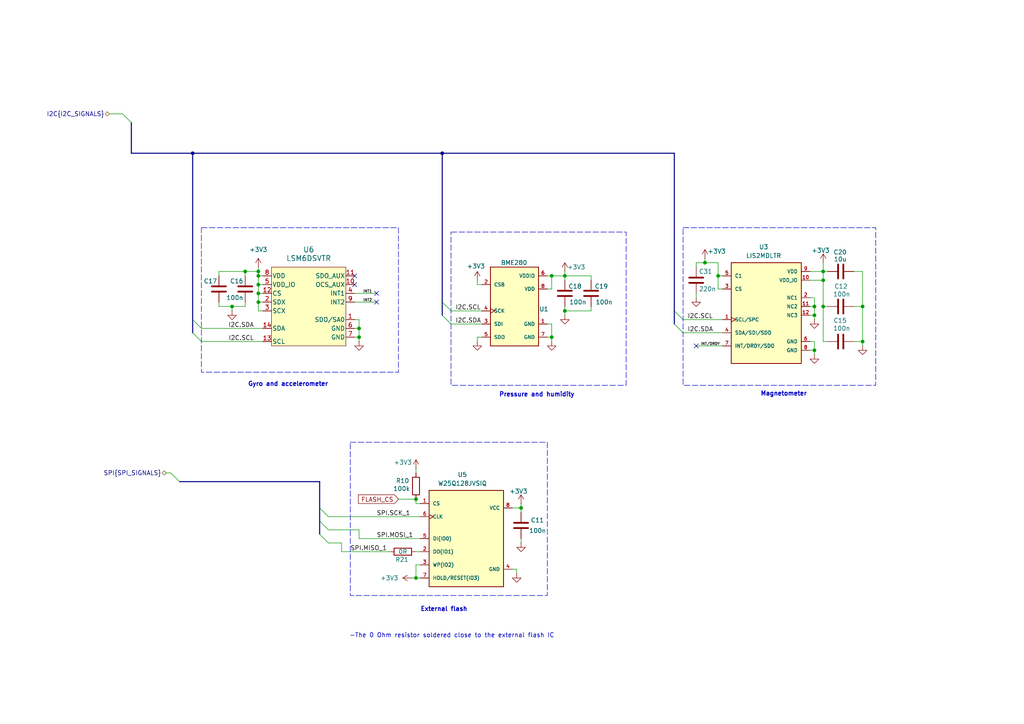
<source format=kicad_sch>
(kicad_sch (version 20250114) (generator "eeschema") (generator_version "9.0")
  (paper "A4")
  (lib_symbols
    (symbol "Device:C" (pin_numbers (hide yes)) (pin_names (offset 0.254))
      (property "Reference" "C" (at 0.635 2.54 0))
      (property "Value" "C" (at 0.635 -2.54 0))
      (symbol "C_0_1"
        (polyline (pts (xy -2.032 0.762) (xy 2.032 0.762)) (stroke (width 0.508)))
        (polyline (pts (xy -2.032 -0.762) (xy 2.032 -0.762)) (stroke (width 0.508)))
      )
      (symbol "C_1_1"
        (pin passive line (at 0 3.81 270) (length 2.794) (name "~") (number "1"))
        (pin passive line (at 0 -3.81 90) (length 2.794) (name "~") (number "2"))
      )
    )
    (symbol "Device:R" (pin_numbers (hide yes)) (pin_names (offset 0))
      (property "Reference" "R" (at 2.032 0 90))
      (property "Value" "R" (at 0 0 90))
      (symbol "R_0_1"
        (rectangle (start -1.016 -2.54) (end 1.016 2.54) (stroke (width 0.254)))
      )
      (symbol "R_1_1"
        (pin passive line (at 0 3.81 270) (length 1.27) (name "~") (number "1"))
        (pin passive line (at 0 -3.81 90) (length 1.27) (name "~") (number "2"))
      )
    )
    (symbol "gambos-symbols:BME280" (pin_names (offset 1.016))
      (property "Reference" "U" (at -10.1662 13.3431 0))
      (property "Value" "BME280" (at -10.4223 -13.4744 0))
      (symbol "BME280_0_0"
        (pin input line (at -12.7 7.62 0) (length 2.54) (name "CSB") (number "2"))
        (pin input clock (at -12.7 0 0) (length 2.54) (name "SCK") (number "4"))
        (pin power_in line (at 6.35 10.16 180) (length 2.54) (name "VDDIO") (number "6"))
        (pin power_in line (at 6.35 6.35 180) (length 2.54) (name "VDD") (number "8"))
        (pin power_in line (at 6.35 -3.81 180) (length 2.54) (name "GND") (number "1"))
      )
      (symbol "BME280_1_0"
        (rectangle (start -10.16 12.7) (end 3.81 -10.16) (stroke (width 0.254)) (fill (type background)))
        (pin bidirectional line (at -12.7 -3.81 0) (length 2.54) (name "SDI") (number "3"))
        (pin bidirectional line (at -12.7 -7.62 0) (length 2.54) (name "SDO") (number "5"))
        (pin power_in line (at 6.35 -7.62 180) (length 2.54) (name "GND") (number "7"))
      )
    )
    (symbol "gambos-symbols:LIS2MDLTR" (pin_names (offset 1.016))
      (property "Reference" "U" (at -15.24 13.716 0))
      (property "Value" "LIS2MDLTR" (at -15.24 -20.32 0))
      (symbol "LIS2MDLTR_0_0"
        (rectangle (start -15.24 12.7) (end 5.08 -16.51) (stroke (width 0.254)) (fill (type background)))
        (pin passive line (at -17.78 8.89 0) (length 2.54) (name "C1") (number "5"))
        (pin input line (at -17.78 5.08 0) (length 2.54) (name "CS") (number "3"))
        (pin input clock (at -17.78 -3.81 0) (length 2.54) (name "SCL/SPC") (number "1"))
        (pin bidirectional line (at -17.78 -7.62 0) (length 2.54) (name "SDA/SDI/SDO") (number "4"))
        (pin bidirectional line (at -17.78 -11.43 0) (length 2.54) (name "INT/DRDY/SDO") (number "7"))
        (pin power_in line (at 7.62 10.16 180) (length 2.54) (name "VDD") (number "9"))
        (pin power_in line (at 7.62 7.62 180) (length 2.54) (name "VDD_IO") (number "10"))
        (pin passive line (at 7.62 2.54 180) (length 2.54) (name "NC1") (number "2"))
        (pin passive line (at 7.62 0 180) (length 2.54) (name "NC2") (number "11"))
        (pin passive line (at 7.62 -2.54 180) (length 2.54) (name "NC3") (number "12"))
        (pin power_in line (at 7.62 -10.16 180) (length 2.54) (name "GND") (number "6"))
      )
      (symbol "LIS2MDLTR_1_0"
        (pin power_in line (at 7.62 -12.7 180) (length 2.54) (name "GND") (number "8"))
      )
    )
    (symbol "gambos-symbols:LSM6DSVTR" (pin_names (offset 0.254))
      (property "Reference" "U" (at 8.89 6.604 0))
      (property "Value" "LSM6DSVTR" (at 18.034 -21.082 0))
      (symbol "LSM6DSVTR_0_1"
        (pin unspecified line (at 5.08 1.27 0) (length 2.54) (name "SDO_AUX") (number "11"))
        (pin unspecified line (at 5.08 -1.27 0) (length 2.54) (name "OCS_AUX") (number "10"))
        (pin unspecified line (at 5.08 -3.81 0) (length 2.54) (name "INT1") (number "4"))
        (pin unspecified line (at 5.08 -6.35 0) (length 2.54) (name "INT2") (number "9"))
        (pin unspecified line (at 5.08 -11.43 0) (length 2.54) (name "SDO/SA0") (number "1"))
        (pin power_out line (at 5.08 -13.97 0) (length 2.54) (name "GND") (number "6"))
        (pin power_out line (at 5.08 -16.51 0) (length 2.54) (name "GND") (number "7"))
        (pin power_in line (at 31.75 1.27 180) (length 2.54) (name "VDD") (number "8"))
        (pin power_in line (at 31.75 -1.27 180) (length 2.54) (name "VDD_IO") (number "5"))
        (pin unspecified line (at 31.75 -3.81 180) (length 2.54) (name "CS") (number "12"))
        (pin unspecified line (at 31.75 -6.35 180) (length 2.54) (name "SDX") (number "2"))
        (pin unspecified line (at 31.75 -8.89 180) (length 2.54) (name "SCX") (number "3"))
        (pin unspecified line (at 31.75 -13.97 180) (length 2.54) (name "SDA") (number "14"))
        (pin unspecified line (at 31.75 -17.78 180) (length 2.54) (name "SCL") (number "13"))
      )
      (symbol "LSM6DSVTR_1_1"
        (rectangle (start 7.62 3.81) (end 29.21 -19.05) (fill (type color) (color 255 255 194 1)))
      )
    )
    (symbol "gambos-symbols:W25Q128JVSIQ" (pin_names (offset 1.016))
      (property "Reference" "U" (at -22.86 16.002 0))
      (property "Value" "W25Q128JVSIQ" (at -22.86 -17.526 0))
      (symbol "W25Q128JVSIQ_0_0"
        (rectangle (start -22.86 15.24) (end -1.27 -12.7) (stroke (width 0.254)) (fill (type background)))
        (pin input clock (at -25.4 7.62 0) (length 2.54) (name "CLK") (number "6"))
        (pin bidirectional line (at -25.4 1.27 0) (length 2.54) (name "DI(IO0)") (number "5"))
        (pin bidirectional line (at -25.4 -2.54 0) (length 2.54) (name "DO(IO1)") (number "2"))
        (pin power_in line (at 1.27 10.16 180) (length 2.54) (name "VCC") (number "8"))
        (pin power_in line (at 1.27 -7.62 180) (length 2.54) (name "GND") (number "4"))
      )
      (symbol "W25Q128JVSIQ_1_0"
        (pin input line (at -25.4 11.43 0) (length 2.54) (name "CS") (number "1"))
        (pin bidirectional line (at -25.4 -6.35 0) (length 2.54) (name "WP(IO2)") (number "3"))
        (pin bidirectional line (at -25.4 -10.16 0) (length 2.54) (name "HOLD/RESET(IO3)") (number "7"))
      )
    )
    (symbol "power:+3V3" (power) (pin_numbers (hide yes)) (pin_names (offset 0) (hide yes))
      (property "Value" "+3V3" (at 0 3.556 0))
      (symbol "+3V3_0_1"
        (polyline (pts (xy -0.762 1.27) (xy 0 2.54)))
        (polyline (pts (xy 0 2.54) (xy 0.762 1.27)))
        (polyline (pts (xy 0 0) (xy 0 2.54)))
      )
      (symbol "+3V3_1_1"
        (pin power_in line (at 0 0 90) (length 0) (name "~") (number "1"))
      )
    )
    (symbol "power:GND" (power) (pin_numbers (hide yes)) (pin_names (offset 0) (hide yes))
      (property "Value" "GND" (at 0 -3.81 0))
      (symbol "GND_0_1"
        (polyline (pts (xy 0 0) (xy 0 -1.27) (xy 1.27 -1.27) (xy 0 -2.54) (xy -1.27 -1.27) (xy 0 -1.27)))
      )
      (symbol "GND_1_1"
        (pin power_in line (at 0 0 270) (length 0) (name "~") (number "1"))
      )
    )
  )
  (rectangle (start 58.42 66.04) (end 115.57 107.95) (stroke (width 0) (type dash)))
  (rectangle (start 101.6 128.27) (end 158.75 172.72) (stroke (width 0) (type dash)))
  (rectangle (start 130.81 67.31) (end 181.61 111.76) (stroke (width 0) (type dash)))
  (rectangle (start 198.12 66.04) (end 254 111.76) (stroke (width 0) (type dash)))
  (text "-The 0 Ohm resistor soldered close to the external flash IC" (at 131.064 184.404 0) (effects (font (size 1.27 1.27) (thickness 0.1588))))
  (text "External flash" (at 128.778 176.784 0) (effects (font (size 1.27 1.27) (thickness 0.254) (bold yes))))
  (text "Gyro and accelerometer" (at 83.566 111.506 0) (effects (font (size 1.27 1.27) (thickness 0.254) (bold yes))))
  (text "Pressure and humidity" (at 155.702 114.554 0) (effects (font (size 1.27 1.27) (thickness 0.254) (bold yes))))
  (text "Magnetometer" (at 227.33 114.3 0) (effects (font (size 1.27 1.27) (thickness 0.254) (bold yes))))
  (junction (at 120.65 167.64))
  (junction (at 163.83 90.17))
  (junction (at 104.14 95.25))
  (junction (at 128.27 44.45))
  (junction (at 238.76 78.74))
  (junction (at 163.83 80.01))
  (junction (at 74.93 85.09))
  (junction (at 236.22 91.44))
  (junction (at 250.19 99.06))
  (junction (at 67.31 88.9))
  (junction (at 236.22 101.6))
  (junction (at 204.47 76.2))
  (junction (at 74.93 87.63))
  (junction (at 151.13 147.32))
  (junction (at 74.93 82.55))
  (junction (at 236.22 88.9))
  (junction (at 104.14 97.79))
  (junction (at 238.76 81.28))
  (junction (at 74.93 78.74))
  (junction (at 71.12 78.74))
  (junction (at 120.65 144.78))
  (junction (at 160.02 97.79))
  (junction (at 208.28 80.01))
  (junction (at 160.02 80.01))
  (junction (at 55.88 44.45))
  (junction (at 250.19 88.9))
  (junction (at 238.76 88.9))
  (junction (at 74.93 80.01))
  (no_connect (at 109.22 85.09))
  (no_connect (at 102.87 80.01))
  (no_connect (at 201.93 100.33))
  (no_connect (at 109.22 87.63))
  (no_connect (at 102.87 82.55))
  (bus_entry (at 128.27 91.44) (size 2.54 2.54))
  (bus_entry (at 35.56 33.02) (size 2.54 2.54))
  (bus_entry (at 92.71 154.94) (size 2.54 2.54))
  (bus_entry (at 195.58 93.98) (size 2.54 2.54))
  (bus_entry (at 128.27 87.63) (size 2.54 2.54))
  (bus_entry (at 195.58 90.17) (size 2.54 2.54))
  (bus_entry (at 92.71 151.13) (size 2.54 2.54))
  (bus_entry (at 58.42 95.25) (size -2.54 -2.54))
  (bus_entry (at 49.53 137.16) (size 2.54 2.54))
  (bus_entry (at 58.42 99.06) (size -2.54 -2.54))
  (bus_entry (at 92.71 147.32) (size 2.54 2.54))
  (wire (pts (xy 76.2 99.06) (xy 58.42 99.06)))
  (wire (pts (xy 99.06 160.02) (xy 113.03 160.02)))
  (wire (pts (xy 236.22 86.36) (xy 236.22 88.9)))
  (wire (pts (xy 74.93 78.74) (xy 74.93 80.01)))
  (wire (pts (xy 151.13 156.21) (xy 151.13 157.48)))
  (wire (pts (xy 74.93 82.55) (xy 74.93 80.01)))
  (wire (pts (xy 63.5 87.63) (xy 63.5 88.9)))
  (wire (pts (xy 102.87 92.71) (xy 104.14 92.71)))
  (bus (pts (xy 195.58 90.17) (xy 195.58 93.98)))
  (wire (pts (xy 130.81 93.98) (xy 139.7 93.98)))
  (wire (pts (xy 171.45 80.01) (xy 163.83 80.01)))
  (wire (pts (xy 109.22 85.09) (xy 102.87 85.09)))
  (wire (pts (xy 238.76 76.2) (xy 238.76 78.74)))
  (wire (pts (xy 171.45 90.17) (xy 163.83 90.17)))
  (wire (pts (xy 121.92 163.83) (xy 120.65 163.83)))
  (wire (pts (xy 204.47 76.2) (xy 208.28 76.2)))
  (wire (pts (xy 208.28 80.01) (xy 209.55 80.01)))
  (bus (pts (xy 55.88 44.45) (xy 55.88 92.71)))
  (wire (pts (xy 115.57 144.78) (xy 120.65 144.78)))
  (wire (pts (xy 76.2 80.01) (xy 74.93 80.01)))
  (wire (pts (xy 71.12 80.01) (xy 71.12 78.74)))
  (bus (pts (xy 128.27 44.45) (xy 128.27 87.63)))
  (wire (pts (xy 48.26 137.16) (xy 49.53 137.16)))
  (wire (pts (xy 104.14 156.21) (xy 104.14 153.67)))
  (wire (pts (xy 120.65 135.89) (xy 120.65 137.16)))
  (wire (pts (xy 148.59 147.32) (xy 151.13 147.32)))
  (wire (pts (xy 158.75 83.82) (xy 160.02 83.82)))
  (wire (pts (xy 158.75 93.98) (xy 160.02 93.98)))
  (wire (pts (xy 240.03 78.74) (xy 238.76 78.74)))
  (bus (pts (xy 92.71 154.94) (xy 92.71 151.13)))
  (wire (pts (xy 158.75 80.01) (xy 160.02 80.01)))
  (wire (pts (xy 104.14 97.79) (xy 104.14 99.06)))
  (bus (pts (xy 195.58 44.45) (xy 195.58 90.17)))
  (wire (pts (xy 247.65 99.06) (xy 250.19 99.06)))
  (wire (pts (xy 63.5 80.01) (xy 63.5 78.74)))
  (wire (pts (xy 236.22 99.06) (xy 236.22 101.6)))
  (wire (pts (xy 99.06 157.48) (xy 95.25 157.48)))
  (wire (pts (xy 198.12 96.52) (xy 209.55 96.52)))
  (wire (pts (xy 201.93 76.2) (xy 204.47 76.2)))
  (wire (pts (xy 236.22 101.6) (xy 236.22 102.87)))
  (wire (pts (xy 238.76 78.74) (xy 238.76 81.28)))
  (wire (pts (xy 238.76 88.9) (xy 238.76 99.06)))
  (wire (pts (xy 104.14 156.21) (xy 121.92 156.21)))
  (wire (pts (xy 130.81 90.17) (xy 139.7 90.17)))
  (wire (pts (xy 138.43 97.79) (xy 138.43 99.06)))
  (wire (pts (xy 149.86 165.1) (xy 149.86 166.37)))
  (wire (pts (xy 71.12 78.74) (xy 63.5 78.74)))
  (bus (pts (xy 55.88 44.45) (xy 38.1 44.45)))
  (wire (pts (xy 104.14 97.79) (xy 102.87 97.79)))
  (wire (pts (xy 204.47 74.93) (xy 204.47 76.2)))
  (wire (pts (xy 160.02 97.79) (xy 160.02 99.06)))
  (wire (pts (xy 74.93 87.63) (xy 74.93 85.09)))
  (wire (pts (xy 201.93 77.47) (xy 201.93 76.2)))
  (wire (pts (xy 234.95 99.06) (xy 236.22 99.06)))
  (wire (pts (xy 208.28 83.82) (xy 209.55 83.82)))
  (wire (pts (xy 120.65 163.83) (xy 120.65 167.64)))
  (wire (pts (xy 76.2 90.17) (xy 74.93 90.17)))
  (wire (pts (xy 67.31 88.9) (xy 67.31 90.17)))
  (wire (pts (xy 234.95 88.9) (xy 236.22 88.9)))
  (bus (pts (xy 128.27 87.63) (xy 128.27 91.44)))
  (wire (pts (xy 120.65 167.64) (xy 121.92 167.64)))
  (wire (pts (xy 120.65 146.05) (xy 121.92 146.05)))
  (wire (pts (xy 160.02 80.01) (xy 163.83 80.01)))
  (wire (pts (xy 201.93 100.33) (xy 209.55 100.33)))
  (wire (pts (xy 104.14 95.25) (xy 104.14 97.79)))
  (wire (pts (xy 148.59 165.1) (xy 149.86 165.1)))
  (wire (pts (xy 74.93 85.09) (xy 74.93 82.55)))
  (wire (pts (xy 247.65 78.74) (xy 250.19 78.74)))
  (wire (pts (xy 104.14 92.71) (xy 104.14 95.25)))
  (wire (pts (xy 171.45 88.9) (xy 171.45 90.17)))
  (wire (pts (xy 240.03 99.06) (xy 238.76 99.06)))
  (wire (pts (xy 138.43 82.55) (xy 139.7 82.55)))
  (wire (pts (xy 198.12 92.71) (xy 209.55 92.71)))
  (wire (pts (xy 74.93 77.47) (xy 74.93 78.74)))
  (bus (pts (xy 92.71 139.7) (xy 92.71 147.32)))
  (wire (pts (xy 76.2 95.25) (xy 58.42 95.25)))
  (wire (pts (xy 234.95 86.36) (xy 236.22 86.36)))
  (wire (pts (xy 109.22 87.63) (xy 102.87 87.63)))
  (wire (pts (xy 138.43 81.28) (xy 138.43 82.55)))
  (wire (pts (xy 163.83 80.01) (xy 163.83 81.28)))
  (wire (pts (xy 104.14 153.67) (xy 95.25 153.67)))
  (wire (pts (xy 120.65 144.78) (xy 120.65 146.05)))
  (wire (pts (xy 250.19 88.9) (xy 250.19 99.06)))
  (wire (pts (xy 160.02 83.82) (xy 160.02 80.01)))
  (wire (pts (xy 201.93 85.09) (xy 201.93 86.36)))
  (wire (pts (xy 31.75 33.02) (xy 35.56 33.02)))
  (wire (pts (xy 236.22 88.9) (xy 236.22 91.44)))
  (wire (pts (xy 139.7 97.79) (xy 138.43 97.79)))
  (wire (pts (xy 71.12 87.63) (xy 71.12 88.9)))
  (wire (pts (xy 163.83 90.17) (xy 163.83 91.44)))
  (wire (pts (xy 74.93 78.74) (xy 71.12 78.74)))
  (bus (pts (xy 55.88 44.45) (xy 128.27 44.45)))
  (wire (pts (xy 163.83 78.74) (xy 163.83 80.01)))
  (wire (pts (xy 238.76 88.9) (xy 240.03 88.9)))
  (wire (pts (xy 102.87 95.25) (xy 104.14 95.25)))
  (wire (pts (xy 234.95 81.28) (xy 238.76 81.28)))
  (wire (pts (xy 208.28 76.2) (xy 208.28 80.01)))
  (wire (pts (xy 234.95 101.6) (xy 236.22 101.6)))
  (wire (pts (xy 119.38 167.64) (xy 120.65 167.64)))
  (wire (pts (xy 234.95 78.74) (xy 238.76 78.74)))
  (wire (pts (xy 208.28 83.82) (xy 208.28 80.01)))
  (wire (pts (xy 151.13 147.32) (xy 151.13 148.59)))
  (wire (pts (xy 163.83 90.17) (xy 163.83 88.9)))
  (wire (pts (xy 151.13 146.05) (xy 151.13 147.32)))
  (wire (pts (xy 236.22 91.44) (xy 236.22 92.71)))
  (wire (pts (xy 247.65 88.9) (xy 250.19 88.9)))
  (wire (pts (xy 158.75 97.79) (xy 160.02 97.79)))
  (bus (pts (xy 52.07 139.7) (xy 92.71 139.7)))
  (wire (pts (xy 67.31 88.9) (xy 63.5 88.9)))
  (wire (pts (xy 238.76 81.28) (xy 238.76 88.9)))
  (bus (pts (xy 92.71 151.13) (xy 92.71 147.32)))
  (wire (pts (xy 76.2 82.55) (xy 74.93 82.55)))
  (wire (pts (xy 120.65 160.02) (xy 121.92 160.02)))
  (wire (pts (xy 250.19 99.06) (xy 250.19 100.33)))
  (bus (pts (xy 38.1 35.56) (xy 38.1 44.45)))
  (wire (pts (xy 160.02 93.98) (xy 160.02 97.79)))
  (wire (pts (xy 234.95 91.44) (xy 236.22 91.44)))
  (wire (pts (xy 250.19 78.74) (xy 250.19 88.9)))
  (wire (pts (xy 74.93 90.17) (xy 74.93 87.63)))
  (bus (pts (xy 128.27 44.45) (xy 195.58 44.45)))
  (wire (pts (xy 71.12 88.9) (xy 67.31 88.9)))
  (wire (pts (xy 95.25 149.86) (xy 121.92 149.86)))
  (wire (pts (xy 99.06 160.02) (xy 99.06 157.48)))
  (wire (pts (xy 76.2 85.09) (xy 74.93 85.09)))
  (bus (pts (xy 55.88 92.71) (xy 55.88 96.52)))
  (wire (pts (xy 76.2 87.63) (xy 74.93 87.63)))
  (wire (pts (xy 171.45 81.28) (xy 171.45 80.01)))
  (label "I2C.SCL" (at 73.66 99.06 180))
  (label "INT2" (at 107.95 87.63 180) (effects (font (size 0.762 0.762))))
  (label "SPI.MOSI_1" (at 109.22 156.21 0))
  (label "I2C.SDA" (at 73.66 95.25 180))
  (label "I2C.SDA" (at 199.39 96.52 0))
  (label "SPI.SCK_1" (at 109.22 149.86 0))
  (label "I2C.SDA" (at 132.08 93.98 0))
  (label "SPI.MISO_1" (at 101.6 160.02 0))
  (label "INT{slash}DRDY" (at 203.2 100.33 0) (effects (font (size 0.762 0.762))))
  (label "I2C.SCL" (at 132.08 90.17 0))
  (label "I2C.SCL" (at 199.39 92.71 0))
  (label "INT1" (at 107.95 85.09 180) (effects (font (size 0.762 0.762))))
  (global_label "FLASH_CS" (shape input) (at 115.57 144.78 180) (property "Intersheetrefs" "${INTERSHEET_REFS}" (effects (hide yes))))
  (hierarchical_label "I2C{I2C_SIGNALS}" (shape bidirectional) (at 31.75 33.02 180))
  (hierarchical_label "SPI{SPI_SIGNALS}" (shape bidirectional) (at 48.26 137.16 180))
  (symbol (lib_id "power:GND") (at 149.86 166.37 0) (unit 1)
    (property "Reference" "#PWR062" (effects (hide yes)))
    (property "Value" "GND" (effects (hide yes)))
    (property "Description" "Power symbol creates a global label with name \"GND\" , ground" (effects (hide yes)))
  )
  (symbol (lib_id "power:+3V3") (at 138.43 81.28 0) (unit 1)
    (property "Reference" "#PWR045" (effects (hide yes)))
    (property "Value" "+3V3" (at 135.382 77.216 0) (effects (justify left)))
    (property "Description" "Power symbol creates a global label with name \"+3V3\"" (effects (hide yes)))
  )
  (symbol (lib_id "power:+3V3") (at 204.47 74.93 0) (unit 1)
    (property "Reference" "#PWR030" (effects (hide yes)))
    (property "Value" "+3V3" (at 205.232 72.898 0) (effects (justify left)))
    (property "Description" "Power symbol creates a global label with name \"+3V3\"" (effects (hide yes)))
  )
  (symbol (lib_id "Device:C") (at 243.84 99.06 90) (unit 1)
    (property "Reference" "C15" (at 245.618 92.964 90) (effects (justify left)))
    (property "Value" "100n" (at 246.634 95.25 90) (effects (justify left)))
    (property "Footprint" "Capacitor_SMD:C_0603_1608Metric" (effects (hide yes)))
    (property "Description" "Unpolarized capacitor" (effects (hide yes)))
  )
  (symbol (lib_id "Device:C") (at 243.84 88.9 90) (unit 1)
    (property "Reference" "C12" (at 245.872 83.058 90) (effects (justify left)))
    (property "Value" "100n" (at 246.634 85.344 90) (effects (justify left)))
    (property "Footprint" "Capacitor_SMD:C_0603_1608Metric" (effects (hide yes)))
    (property "Description" "Unpolarized capacitor" (effects (hide yes)))
  )
  (symbol (lib_id "power:GND") (at 160.02 99.06 0) (unit 1)
    (property "Reference" "#PWR046" (effects (hide yes)))
    (property "Value" "GND" (effects (hide yes)))
    (property "Description" "Power symbol creates a global label with name \"GND\" , ground" (effects (hide yes)))
  )
  (symbol (lib_id "power:GND") (at 250.19 100.33 0) (unit 1)
    (property "Reference" "#PWR032" (effects (hide yes)))
    (property "Value" "GND" (effects (hide yes)))
    (property "Description" "Power symbol creates a global label with name \"GND\" , ground" (effects (hide yes)))
  )
  (symbol (lib_id "gambos-symbols:W25Q128JVSIQ") (at 147.32 157.48 0) (unit 1)
    (property "Reference" "U5" (at 134.112 137.668 0))
    (property "Value" "W25Q128JVSIQ" (at 134.112 140.208 0))
    (property "Footprint" "gambos-pcb:SOIC127P790X216-8N" (effects (hide yes)))
    (property "Datasheet" "https://www.digikey.com/en/products/detail/winbond-electronics/W25Q128JVSIQ/5803943" (effects (hide yes)))
  )
  (symbol (lib_id "Device:R") (at 120.65 140.97 0) (unit 1)
    (property "Reference" "R10" (at 114.808 139.446 0) (effects (justify left)))
    (property "Value" "100k" (at 114.046 141.732 0) (effects (justify left)))
    (property "Footprint" "Resistor_SMD:R_0402_1005Metric" (effects (hide yes)))
    (property "Description" "Resistor" (effects (hide yes)))
  )
  (symbol (lib_id "power:GND") (at 67.31 90.17 0) (mirror y) (unit 1)
    (property "Reference" "#PWR022" (effects (hide yes)))
    (property "Value" "GND" (effects (hide yes)))
    (property "Description" "Power symbol creates a global label with name \"GND\" , ground" (effects (hide yes)))
  )
  (symbol (lib_id "power:+3V3") (at 238.76 76.2 0) (unit 1)
    (property "Reference" "#PWR033" (effects (hide yes)))
    (property "Value" "+3V3" (at 237.998 72.644 0))
    (property "Description" "Power symbol creates a global label with name \"+3V3\"" (effects (hide yes)))
  )
  (symbol (lib_id "gambos-symbols:LSM6DSVTR") (at 107.95 81.28 0) (mirror y) (unit 1)
    (property "Reference" "U6" (at 89.535 72.39 0) (effects (font (size 1.524 1.524))))
    (property "Value" "LSM6DSVTR" (at 89.535 74.93 0) (effects (font (size 1.524 1.524))))
    (property "Footprint" "gambos-pcb:LGA14-L_2P59X3P1X0P5_STM-L" (effects (hide yes)))
    (property "Datasheet" "https://www.digikey.com/en/products/detail/stmicroelectronics/LSM6DSVTR/17038915" (effects (hide yes)))
    (property "Description" "I2C adress: 110101xb" (effects (hide yes)))
  )
  (symbol (lib_id "gambos-symbols:LIS2MDLTR") (at 227.33 88.9 0) (unit 1)
    (property "Reference" "U3" (at 221.488 71.628 0))
    (property "Value" "LIS2MDLTR" (at 221.488 74.168 0))
    (property "Footprint" "gambos-pcb:PQFN50P200X200X70-12N" (effects (hide yes)))
    (property "Datasheet" "https://www.digikey.com/en/products/detail/stmicroelectronics/lis2mdltr/7348328" (effects (hide yes)))
    (property "Description" "I2C address: 001111b" (effects (hide yes)))
  )
  (symbol (lib_id "power:GND") (at 163.83 91.44 0) (unit 1)
    (property "Reference" "#PWR028" (effects (hide yes)))
    (property "Value" "GND" (effects (hide yes)))
    (property "Description" "Power symbol creates a global label with name \"GND\" , ground" (effects (hide yes)))
  )
  (symbol (lib_id "power:+3V3") (at 120.65 135.89 0) (unit 1)
    (property "Reference" "#PWR051" (effects (hide yes)))
    (property "Value" "+3V3" (at 116.84 134.112 0))
    (property "Description" "Power symbol creates a global label with name \"+3V3\"" (effects (hide yes)))
  )
  (symbol (lib_id "Device:C") (at 163.83 85.09 0) (unit 1)
    (property "Reference" "C18" (at 164.846 83.058 0) (effects (justify left)))
    (property "Value" "100n" (at 165.1 87.63 0) (effects (justify left)))
    (property "Footprint" "Capacitor_SMD:C_0603_1608Metric" (effects (hide yes)))
    (property "Description" "Unpolarized capacitor" (effects (hide yes)))
  )
  (symbol (lib_id "Device:C") (at 151.13 152.4 0) (unit 1)
    (property "Reference" "C11" (at 153.924 150.876 0) (effects (justify left)))
    (property "Value" "100n" (at 153.416 153.924 0) (effects (justify left)))
    (property "Footprint" "Capacitor_SMD:C_0603_1608Metric" (effects (hide yes)))
    (property "Description" "Unpolarized capacitor" (effects (hide yes)))
  )
  (symbol (lib_id "Device:C") (at 63.5 83.82 0) (mirror y) (unit 1)
    (property "Reference" "C17" (at 62.992 81.534 0) (effects (justify left)))
    (property "Value" "100n" (effects (hide yes)))
    (property "Footprint" "Capacitor_SMD:C_0603_1608Metric" (effects (hide yes)))
    (property "Description" "Unpolarized capacitor" (effects (hide yes)))
  )
  (symbol (lib_id "power:GND") (at 236.22 102.87 0) (unit 1)
    (property "Reference" "#PWR031" (effects (hide yes)))
    (property "Value" "GND" (effects (hide yes)))
    (property "Description" "Power symbol creates a global label with name \"GND\" , ground" (effects (hide yes)))
  )
  (symbol (lib_id "power:GND") (at 236.22 92.71 0) (unit 1)
    (property "Reference" "#PWR020" (effects (hide yes)))
    (property "Value" "GND" (effects (hide yes)))
    (property "Description" "Power symbol creates a global label with name \"GND\" , ground" (effects (hide yes)))
  )
  (symbol (lib_id "Device:C") (at 71.12 83.82 0) (mirror y) (unit 1)
    (property "Reference" "C16" (at 70.612 81.534 0) (effects (justify left)))
    (property "Value" "100n" (at 70.612 86.36 0) (effects (justify left)))
    (property "Footprint" "Capacitor_SMD:C_0603_1608Metric" (effects (hide yes)))
    (property "Description" "Unpolarized capacitor" (effects (hide yes)))
  )
  (symbol (lib_id "Device:C") (at 171.45 85.09 0) (unit 1)
    (property "Reference" "C19" (at 172.466 83.058 0) (effects (justify left)))
    (property "Value" "100n" (at 172.72 87.63 0) (effects (justify left)))
    (property "Footprint" "Capacitor_SMD:C_0603_1608Metric" (effects (hide yes)))
    (property "Description" "Unpolarized capacitor" (effects (hide yes)))
  )
  (symbol (lib_id "gambos-symbols:BME280") (at 152.4 90.17 0) (unit 1)
    (property "Reference" "U1" (at 157.734 89.662 0))
    (property "Value" "BME280" (at 149.098 76.2 0))
    (property "Footprint" "gambos-pcb:PSON65P250X250X100-8N" (effects (hide yes)))
    (property "Datasheet" "https://www.digikey.com/en/products/detail/bosch-sensortec/BME280/6136306" (effects (hide yes)))
    (property "Description" "I2C address: 111011xb" (effects (hide yes)))
  )
  (symbol (lib_id "power:+3V3") (at 163.83 78.74 0) (unit 1)
    (property "Reference" "#PWR050" (effects (hide yes)))
    (property "Value" "+3V3" (at 167.132 77.47 0))
    (property "Description" "Power symbol creates a global label with name \"+3V3\"" (effects (hide yes)))
  )
  (symbol (lib_id "power:GND") (at 151.13 157.48 0) (unit 1)
    (property "Reference" "#PWR025" (effects (hide yes)))
    (property "Value" "GND" (effects (hide yes)))
    (property "Description" "Power symbol creates a global label with name \"GND\" , ground" (effects (hide yes)))
  )
  (symbol (lib_id "power:GND") (at 201.93 86.36 0) (unit 1)
    (property "Reference" "#PWR034" (effects (hide yes)))
    (property "Value" "GND" (effects (hide yes)))
    (property "Description" "Power symbol creates a global label with name \"GND\" , ground" (effects (hide yes)))
  )
  (symbol (lib_id "Device:C") (at 201.93 81.28 0) (unit 1)
    (property "Reference" "C31" (at 202.692 78.74 0) (effects (justify left)))
    (property "Value" "220n" (at 202.692 83.82 0) (effects (justify left)))
    (property "Footprint" "Capacitor_SMD:C_0603_1608Metric" (effects (hide yes)))
    (property "Description" "Unpolarized capacitor" (effects (hide yes)))
  )
  (symbol (lib_id "power:+3V3") (at 151.13 146.05 0) (unit 1)
    (property "Reference" "#PWR027" (effects (hide yes)))
    (property "Value" "+3V3" (at 150.368 142.494 0))
    (property "Description" "Power symbol creates a global label with name \"+3V3\"" (effects (hide yes)))
  )
  (symbol (lib_id "power:+3V3") (at 74.93 77.47 0) (mirror y) (unit 1)
    (property "Reference" "#PWR021" (effects (hide yes)))
    (property "Value" "+3V3" (at 74.93 72.39 0))
    (property "Description" "Power symbol creates a global label with name \"+3V3\"" (effects (hide yes)))
  )
  (symbol (lib_id "power:GND") (at 104.14 99.06 0) (mirror y) (unit 1)
    (property "Reference" "#PWR019" (effects (hide yes)))
    (property "Value" "GND" (effects (hide yes)))
    (property "Description" "Power symbol creates a global label with name \"GND\" , ground" (effects (hide yes)))
  )
  (symbol (lib_id "power:+3V3") (at 119.38 167.64 90) (unit 1)
    (property "Reference" "#PWR029" (effects (hide yes)))
    (property "Value" "+3V3" (at 115.57 167.6399 90) (effects (justify left)))
    (property "Description" "Power symbol creates a global label with name \"+3V3\"" (effects (hide yes)))
  )
  (symbol (lib_id "Device:C") (at 243.84 78.74 90) (unit 1)
    (property "Reference" "C20" (at 245.618 73.152 90) (effects (justify left)))
    (property "Value" "10u" (at 245.618 75.184 90) (effects (justify left)))
    (property "Footprint" "Capacitor_SMD:C_0603_1608Metric" (effects (hide yes)))
    (property "Description" "Unpolarized capacitor" (effects (hide yes)))
  )
  (symbol (lib_id "power:GND") (at 138.43 99.06 0) (unit 1)
    (property "Reference" "#PWR026" (effects (hide yes)))
    (property "Value" "GND" (effects (hide yes)))
    (property "Description" "Power symbol creates a global label with name \"GND\" , ground" (effects (hide yes)))
  )
  (symbol (lib_id "Device:R") (at 116.84 160.02 90) (unit 1)
    (property "Reference" "R21" (at 116.586 162.306 90))
    (property "Value" "0R" (at 116.84 160.02 90))
    (property "Description" "Resistor" (effects (hide yes)))
  )
)
</source>
